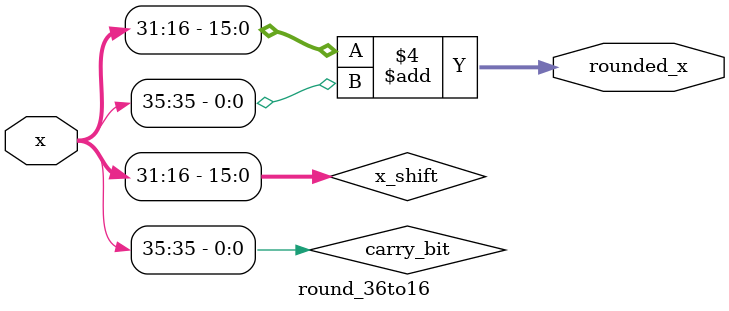
<source format=v>

module  FAS (data_valid, data, clk, rst, fir_d, fir_valid, fft_valid, done, freq,
 fft_d1, fft_d2, fft_d3, fft_d4, fft_d5, fft_d6, fft_d7, fft_d8,
 fft_d9, fft_d10, fft_d11, fft_d12, fft_d13, fft_d14, fft_d15, fft_d0, mid_5, mid_6, mid_7, mid_8);
parameter signed [31:0] w0_real = 32'h00010000;
parameter signed [31:0] w0_imag = 32'h00000000;
parameter signed [31:0] w1_real = 32'h0000EC83;
parameter signed [31:0] w1_imag = 32'hFFFF9E09;
parameter signed [31:0] w2_real = 32'h0000B504;
parameter signed [31:0] w2_imag = 32'hFFFF4AFC;
parameter signed [31:0] w3_real = 32'h000061F7;
parameter signed [31:0] w3_imag = 32'hFFFF137D;
parameter signed [31:0] w4_real = 32'h00000000;
parameter signed [31:0] w4_imag = 32'hFFFF0000;
parameter signed [31:0] w5_real = 32'hFFFF9E09;
parameter signed [31:0] w5_imag = 32'hFFFF137D;
parameter signed [31:0] w6_real = 32'hFFFF4AFC;
parameter signed [31:0] w6_imag = 32'hFFFF4AFC;
parameter signed [31:0] w7_real = 32'hFFFF137D;
parameter signed [31:0] w7_imag = 32'hFFFF9E09;

input clk, rst;
input data_valid;
input [15:0] data; 

output fir_valid, fft_valid;
output [15:0] fir_d;
output [31:0] fft_d1, fft_d2, fft_d3, fft_d4, fft_d5, fft_d6, fft_d7, fft_d8;
output [31:0] fft_d9, fft_d10, fft_d11, fft_d12, fft_d13, fft_d14, fft_d15, fft_d0;
output signed [31:0] mid_5, mid_6, mid_7, mid_8;
output done;
output [3:0] freq;
`include "./dat/FIR_coefficient.dat"

// FIR
wire [35:0] fir_d_cal;

reg signed [(16-1):0] fir_X_reg [0:31];
reg [(17*16-1):0] fir_d_reg;
reg [5:0] count;
integer i;

assign fir_d_cal = (((fir_X_reg[0] + fir_X_reg[31]) * FIR_C00) +
                    ((fir_X_reg[1] + fir_X_reg[30]) * FIR_C01) +
                    ((fir_X_reg[2] + fir_X_reg[29]) * FIR_C02) +
                    ((fir_X_reg[3] + fir_X_reg[28]) * FIR_C03) +
                    ((fir_X_reg[4] + fir_X_reg[27]) * FIR_C04) +
                    ((fir_X_reg[5] + fir_X_reg[26]) * FIR_C05) +
                    ((fir_X_reg[6] + fir_X_reg[25]) * FIR_C06) +
                    ((fir_X_reg[7] + fir_X_reg[24]) * FIR_C07) +
                    ((fir_X_reg[8] + fir_X_reg[23]) * FIR_C08) +
                    ((fir_X_reg[9] + fir_X_reg[22]) * FIR_C09) +
                    ((fir_X_reg[10] + fir_X_reg[21]) * FIR_C10) +
                    ((fir_X_reg[11] + fir_X_reg[20]) * FIR_C11) +
                    ((fir_X_reg[12] + fir_X_reg[19]) * FIR_C12) +
                    ((fir_X_reg[13] + fir_X_reg[18]) * FIR_C13) +
                    ((fir_X_reg[14] + fir_X_reg[17]) * FIR_C14) +
                    ((fir_X_reg[15] + fir_X_reg[16]) * FIR_C15));

round_36to16 round_FIR(.x(fir_d_cal), .rounded_x(fir_d));

assign fir_valid = (count == 6'b100001 || count == 6'b100010) ? 1 : 0;

always @(posedge clk) begin
    if(rst) begin
        for (i=0; i<32; i=i+1) begin
            fir_X_reg[i] <= 16'b0;
        end
        fir_d_reg <= 0;
        count <= 6'b0;
    end
    else if (data_valid) begin
        fir_X_reg[0] <= data;
        for (i=1; i<32; i=i+1) begin
            fir_X_reg[i] <= fir_X_reg[i-1];
        end
        fir_d_reg <= ((count[5] && count[0]) || fir_d_reg[271]) ? {fir_d_reg[254:0], 1'b1, fir_d} : {fir_d_reg[254:0], 1'b0, fir_d};
        if (count != 6'b100010) begin
            count <= count + 1'b1;
        end
    end
end

// FFT
wire fft_valid_valid;
wire signed [15:0] mid_1, mid_2, mid_3, mid_4, fft_d0_16; // 16 bit only real
// wire signed [15:0] mid_1, mid_3, mid_4, fft_d0_16;
wire [31:0] mid_5, mid_6, mid_7, mid_8, mid_9, mid_10, mid_11, mid_12, mid_13, mid_14, mid_15, mid_16; // 32 bit have 16 real 16 imag, so can not use signed
// wire [31:0] mid_5, mid_7, mid_8, mid_9, mid_11, mid_12, mid_13, mid_15, mid_16;

reg fft_valid_reg;
reg fft_valid_valid_reg;
reg signed [15:0] fft_X0_reg, fft_X1_reg, fft_X2_reg, fft_X3_reg, fft_X4_reg, 
                    fft_X5_reg, fft_X6_reg, fft_X7_reg, fft_X8_reg, fft_X9_reg, 
                    fft_X10_reg, fft_X11_reg, fft_X12_reg, fft_X13_reg, fft_X14_reg, fft_X15_reg;

assign fft_valid = fft_valid_reg;
assign fft_valid_valid = fft_valid_valid_reg;
assign fft_d0 = fft_d0_16<<16;

FFT_4point_16_w0_w4 FFT_L_1(fft_X0_reg, fft_X4_reg, fft_X8_reg, fft_X12_reg, mid_1, mid_5, mid_9, mid_13);
FFT_4point_16 #(.w1_real(w1_real), .w1_imag (w1_imag), .w2_real(w5_real), .w2_imag (w5_imag), .w3_real(w2_real), .w3_imag (w2_imag)) FFT_L_2(fft_X1_reg, fft_X5_reg, fft_X9_reg, fft_X13_reg, mid_2, mid_6, mid_10, mid_14);
FFT_4point_16_w4 #(.w1_real(w2_real), .w1_imag (w2_imag), .w2_real(w6_real), .w2_imag (w6_imag)) FFT_L_3(fft_X2_reg, fft_X6_reg, fft_X10_reg, fft_X14_reg, mid_3, mid_7, mid_11, mid_15);
FFT_4point_16 #(.w1_real(w3_real), .w1_imag (w3_imag), .w2_real(w7_real), .w2_imag (w7_imag), .w3_real(w6_real), .w3_imag (w6_imag)) FFT_L_4(fft_X3_reg, fft_X7_reg, fft_X11_reg, fft_X15_reg, mid_4, mid_8, mid_12, mid_16);
FFT_4point_16_w0_w4 FFT_R_1(mid_1, mid_2, mid_3, mid_4, fft_d0_16, fft_d8, fft_d4, fft_d12);
FFT_4point_32 FFT_R_2(mid_5, mid_6, mid_7, mid_8, fft_d2, fft_d10, fft_d6, fft_d14);
FFT_4point_32 FFT_R_3(mid_9, mid_10, mid_11, mid_12, fft_d1, fft_d9, fft_d5, fft_d13);
FFT_4point_32 FFT_R_4(mid_13, mid_14, mid_15, mid_16, fft_d3, fft_d11, fft_d7, fft_d15);

// FFT_seq
always @(posedge clk) begin
    if (rst) begin
        fft_valid_reg <= 1'b0;
        fft_valid_valid_reg <= 1'b0;
        fft_X0_reg <= 16'b0;
        fft_X1_reg <= 16'b0;
        fft_X2_reg <= 16'b0;
        fft_X3_reg <= 16'b0;
        fft_X4_reg <= 16'b0;
        fft_X5_reg <= 16'b0;
        fft_X6_reg <= 16'b0;
        fft_X7_reg <= 16'b0;
        fft_X8_reg <= 16'b0;
        fft_X9_reg <= 16'b0;
        fft_X10_reg <= 16'b0;
        fft_X11_reg <= 16'b0;
        fft_X12_reg <= 16'b0;
        fft_X13_reg <= 16'b0;
        fft_X14_reg <= 16'b0;
        fft_X15_reg <= 16'b0;
    end
    else if (fir_d_reg[271]) begin
        fft_X0_reg <= fir_d_reg[(271-17*0-1) -: 16];
        fft_X1_reg <= fir_d_reg[(271-17*1-1) -: 16];
        fft_X2_reg <= fir_d_reg[(271-17*2-1) -: 16];
        fft_X3_reg <= fir_d_reg[(271-17*3-1) -: 16];
        fft_X4_reg <= fir_d_reg[(271-17*4-1) -: 16];
        fft_X5_reg <= fir_d_reg[(271-17*5-1) -: 16];
        fft_X6_reg <= fir_d_reg[(271-17*6-1) -: 16];
        fft_X7_reg <= fir_d_reg[(271-17*7-1) -: 16];
        fft_X8_reg <= fir_d_reg[(271-17*8-1) -: 16];
        fft_X9_reg <= fir_d_reg[(271-17*9-1) -: 16];
        fft_X10_reg <= fir_d_reg[(271-17*10-1) -: 16];
        fft_X11_reg <= fir_d_reg[(271-17*11-1) -: 16];
        fft_X12_reg <= fir_d_reg[(271-17*12-1) -: 16];
        fft_X13_reg <= fir_d_reg[(271-17*13-1) -: 16];
        fft_X14_reg <= fir_d_reg[(271-17*14-1) -: 16];
        fft_X15_reg <= fir_d_reg[(271-17*15-1) -: 16];
        fft_valid_reg <= 1'b0;
        fft_valid_valid_reg <= 1'b1;
    end
    else if (fft_valid_valid && fir_d_reg[254]) begin
        fft_valid_reg <= 1'b1;
    end
end

// Analysis

reg done;
reg done_buf;
reg start_analysis;
reg signed [15:0] Y0_real;
reg signed [15:0] Y0_imag;
reg signed [15:0] Y1_real;
reg signed [15:0] Y1_imag;
reg signed [15:0] Y2_real;
reg signed [15:0] Y2_imag;
reg signed [15:0] Y3_real;
reg signed [15:0] Y3_imag;
reg signed [15:0] Y4_real;
reg signed [15:0] Y4_imag;
reg signed [15:0] Y5_real;
reg signed [15:0] Y5_imag;
reg signed [15:0] Y6_real;
reg signed [15:0] Y6_imag;
reg signed [15:0] Y7_real;
reg signed [15:0] Y7_imag;
reg signed [15:0] Y8_real;
reg signed [15:0] Y8_imag;
reg signed [15:0] Y9_real;
reg signed [15:0] Y9_imag;
reg signed [15:0] Y10_real;
reg signed [15:0] Y10_imag;
reg signed [15:0] Y11_real;
reg signed [15:0] Y11_imag;
reg signed [15:0] Y12_real;
reg signed [15:0] Y12_imag;
reg signed [15:0] Y13_real;
reg signed [15:0] Y13_imag;
reg signed [15:0] Y14_real;
reg signed [15:0] Y14_imag;
reg signed [15:0] Y15_real;
reg signed [15:0] Y15_imag;

wire signed [31:0] Y0_len;
wire signed [31:0] Y1_len;
wire signed [31:0] Y2_len;
wire signed [31:0] Y3_len;
wire signed [31:0] Y4_len;
wire signed [31:0] Y5_len;
wire signed [31:0] Y6_len;
wire signed [31:0] Y7_len;
wire signed [31:0] Y8_len;
wire signed [31:0] Y9_len;
wire signed [31:0] Y10_len;
wire signed [31:0] Y11_len;
wire signed [31:0] Y12_len;
wire signed [31:0] Y13_len;
wire signed [31:0] Y14_len;
wire signed [31:0] Y15_len;
wire signed [31:0] compare_1_1;
wire signed [31:0] compare_1_2;
wire signed [31:0] compare_1_3;
wire signed [31:0] compare_1_4;
wire signed [31:0] compare_1_5;
wire signed [31:0] compare_1_6;
wire signed [31:0] compare_1_7;
wire signed [31:0] compare_1_8;
wire signed [31:0] compare_2_1;
wire signed [31:0] compare_2_2;
wire signed [31:0] compare_2_3;
wire signed [31:0] compare_2_4;
wire signed [31:0] compare_3_1;
wire signed [31:0] compare_3_2;
wire signed [31:0] compare_4_1;

assign Y0_len = (Y0_real*Y0_real) + (Y0_imag*Y0_imag);
assign Y1_len = (Y1_real*Y1_real) + (Y1_imag*Y1_imag);
assign Y2_len = (Y2_real*Y2_real) + (Y2_imag*Y2_imag);
assign Y3_len = (Y3_real*Y3_real) + (Y3_imag*Y3_imag);
assign Y4_len = (Y4_real*Y4_real) + (Y4_imag*Y4_imag);
assign Y5_len = (Y5_real*Y5_real) + (Y5_imag*Y5_imag);
assign Y6_len = (Y6_real*Y6_real) + (Y6_imag*Y6_imag);
assign Y7_len = (Y7_real*Y7_real) + (Y7_imag*Y7_imag);
assign Y8_len = (Y8_real*Y8_real) + (Y8_imag*Y8_imag);
assign Y9_len = (Y9_real*Y9_real) + (Y9_imag*Y9_imag);
assign Y10_len = (Y10_real*Y10_real) + (Y10_imag*Y10_imag);
assign Y11_len = (Y11_real*Y11_real) + (Y11_imag*Y11_imag);
assign Y12_len = (Y12_real*Y12_real) + (Y12_imag*Y12_imag);
assign Y13_len = (Y13_real*Y13_real) + (Y13_imag*Y13_imag);
assign Y14_len = (Y14_real*Y14_real) + (Y14_imag*Y14_imag);
assign Y15_len = (Y15_real*Y15_real) + (Y15_imag*Y15_imag);

assign compare_1_1 = (Y0_len >= Y1_len) ? Y0_len : Y1_len;
assign compare_1_2 = (Y2_len >= Y3_len) ? Y2_len : Y3_len;
assign compare_1_3 = (Y4_len >= Y5_len) ? Y4_len : Y5_len;
assign compare_1_4 = (Y6_len >= Y7_len) ? Y6_len : Y7_len;
assign compare_1_5 = (Y8_len >= Y9_len) ? Y8_len : Y9_len;
assign compare_1_6 = (Y10_len >= Y11_len) ? Y10_len : Y11_len;
assign compare_1_7 = (Y12_len >= Y13_len) ? Y12_len : Y13_len;
assign compare_1_8 = (Y14_len >= Y15_len) ? Y14_len : Y15_len;
assign compare_2_1 = (compare_1_1 >= compare_1_2) ? compare_1_1 : compare_1_2;
assign compare_2_2 = (compare_1_3 >= compare_1_4) ? compare_1_3 : compare_1_4;
assign compare_2_3 = (compare_1_5 >= compare_1_6) ? compare_1_5 : compare_1_6;
assign compare_2_4 = (compare_1_7 >= compare_1_8) ? compare_1_7 : compare_1_8;
assign compare_3_1 = (compare_2_1 >= compare_2_2) ? compare_2_1 : compare_2_2;
assign compare_3_2 = (compare_2_3 >= compare_2_4) ? compare_2_3 : compare_2_4;
assign compare_4_1 = (compare_3_1 >= compare_3_2) ? compare_3_1 : compare_3_2;

assign freq = (compare_4_1 == Y0_len) ? 4'b0000 :
              (compare_4_1 == Y1_len) ? 4'b0001 :
              (compare_4_1 == Y2_len) ? 4'b0010 :
              (compare_4_1 == Y3_len) ? 4'b0011 :
              (compare_4_1 == Y4_len) ? 4'b0100 :
              (compare_4_1 == Y5_len) ? 4'b0101 :
              (compare_4_1 == Y6_len) ? 4'b0110 :
              (compare_4_1 == Y7_len) ? 4'b0111 :
              (compare_4_1 == Y8_len) ? 4'b1000 :
              (compare_4_1 == Y9_len) ? 4'b1001 :
              (compare_4_1 == Y10_len) ? 4'b1010 :
              (compare_4_1 == Y11_len) ? 4'b1011 :
              (compare_4_1 == Y12_len) ? 4'b1100 :
              (compare_4_1 == Y13_len) ? 4'b1101 :
              (compare_4_1 == Y14_len) ? 4'b1110 :
              (compare_4_1 == Y15_len) ? 4'b1111 : 4'bxxxx;

always @(posedge clk) begin
    if (rst) begin
        done <= 0;
        done_buf <= 0;
        Y0_real <= 0;
        Y0_imag <= 0;
        Y1_real <= 0;
        Y1_imag <= 0;
        Y2_real <= 0;
        Y2_imag <= 0;
        Y3_real <= 0;
        Y3_imag <= 0;
        Y4_real <= 0;
        Y4_imag <= 0;
        Y5_real <= 0;
        Y5_imag <= 0;
        Y6_real <= 0;
        Y6_imag <= 0;
        Y7_real <= 0;
        Y7_imag <= 0;
        Y8_real <= 0;
        Y8_imag <= 0;
        Y9_real <= 0;
        Y9_imag <= 0;
        Y10_real <= 0;
        Y10_imag <= 0;
        Y11_real <= 0;
        Y11_imag <= 0;
        Y12_real <= 0;
        Y12_imag <= 0;
        Y13_real <= 0;
        Y13_imag <= 0;
        Y14_real <= 0;
        Y14_imag <= 0;
        Y15_real <= 0;
        Y15_imag <= 0;
    end
    else if (done) begin
        done <= 0;
        done_buf <= 0;
    end
    else if (fft_valid_reg) begin
        Y0_real <= fft_d0[31:16];
        Y0_imag <= fft_d0[15:0];
        Y1_real <= fft_d1[31:16];
        Y1_imag <= fft_d1[15:0];
        Y2_real <= fft_d2[31:16];
        Y2_imag <= fft_d2[15:0];
        Y3_real <= fft_d3[31:16];
        Y3_imag <= fft_d3[15:0];
        Y4_real <= fft_d4[31:16];
        Y4_imag <= fft_d4[15:0];
        Y5_real <= fft_d5[31:16];
        Y5_imag <= fft_d5[15:0];
        Y6_real <= fft_d6[31:16];
        Y6_imag <= fft_d6[15:0];
        Y7_real <= fft_d7[31:16];
        Y7_imag <= fft_d7[15:0];
        Y8_real <= fft_d8[31:16];
        Y8_imag <= fft_d8[15:0];
        Y9_real <= fft_d9[31:16];
        Y9_imag <= fft_d9[15:0];
        Y10_real <= fft_d10[31:16];
        Y10_imag <= fft_d10[15:0];
        Y11_real <= fft_d11[31:16];
        Y11_imag <= fft_d11[15:0];
        Y12_real <= fft_d12[31:16];
        Y12_imag <= fft_d12[15:0];
        Y13_real <= fft_d13[31:16];
        Y13_imag <= fft_d13[15:0];
        Y14_real <= fft_d14[31:16];
        Y14_imag <= fft_d14[15:0];
        Y15_real <= fft_d15[31:16];
        Y15_imag <= fft_d15[15:0];
        done_buf <= 1'b1;
    end
    else if (done_buf) begin
        done <= 1'b1;
    end
end

endmodule

module FFT_2point_32_w0(X, Y, fft_a, fft_b);
input [31:0] X;
input [31:0] Y;
output [31:0] fft_a;
output [31:0] fft_b;

wire signed [15:0] a, b, c, d;
wire signed [15:0] fft_a_real_cal, fft_a_imag_cal;
wire signed [15:0] fft_b_real_cal, fft_b_imag_cal;

assign a = X[31-:16];
assign b = X[15-:16];
assign c = Y[31-:16];
assign d = Y[15-:16];

assign fft_a_real_cal = a + c;
assign fft_a_imag_cal = b + d;

assign fft_b_real_cal = a - c;
assign fft_b_imag_cal = b - d;

assign fft_a = {fft_a_real_cal, fft_a_imag_cal};
assign fft_b = {fft_b_real_cal, fft_b_imag_cal};
endmodule

module FFT_2point_32_w4(X, Y, fft_a, fft_b);
input [31:0] X;
input [31:0] Y;
output [31:0] fft_a;
output [31:0] fft_b;

wire signed [15:0] a, b, c, d;
wire signed [15:0] fft_a_real_cal, fft_a_imag_cal;
wire signed [15:0] fft_b_real_cal, fft_b_imag_cal;

assign a = X[31-:16];
assign b = X[15-:16];
assign c = Y[31-:16];
assign d = Y[15-:16];

assign fft_a_real_cal = a + c;
assign fft_a_imag_cal = b + d;

assign fft_b_real_cal = b - d;
assign fft_b_imag_cal = c - a;

assign fft_a = {fft_a_real_cal, fft_a_imag_cal};
assign fft_b = {fft_b_real_cal, fft_b_imag_cal};
endmodule

module FFT_2point_32(X, Y, fft_a, fft_b);
parameter signed [31:0] w_real = 0;
parameter signed [31:0] w_imag = 0;
input [31:0] X;
input [31:0] Y;
output [31:0] fft_a;
output [31:0] fft_b;

wire signed [15:0] a, b, c, d;
wire signed [15:0] fft_a_real_cal, fft_a_imag_cal;
wire signed [47:0] fft_b_real_cal, fft_b_imag_cal;
wire signed [15:0] fft_b_real, fft_b_imag;

round_48to16 roundreal(.x(fft_b_real_cal), .rounded_x(fft_b_real));
round_48to16 roundimag(.x(fft_b_imag_cal), .rounded_x(fft_b_imag));

assign a = X[31-:16];
assign b = X[15-:16];
assign c = Y[31-:16];
assign d = Y[15-:16];

assign fft_a_real_cal = a + c;
assign fft_a_imag_cal = b + d;

assign fft_b_real_cal = (a - c) * w_real + (d - b) * w_imag;
assign fft_b_imag_cal = (a - c) * w_imag + (b - d) * w_real;

assign fft_a = {fft_a_real_cal, fft_a_imag_cal};
assign fft_b = {fft_b_real, fft_b_imag};
endmodule

module FFT_2point_16_w0(X, Y, fft_a, fft_b);
input [15:0] X;
input [15:0] Y;
output [15:0] fft_a;
output [31:0] fft_b;

wire signed [15:0] a, c;
wire signed [15:0] fft_a_real_cal;
wire signed [15:0] fft_b_real_cal;

assign a = X;
assign c = Y;

assign fft_a_real_cal = a + c;

assign fft_b_real_cal = a - c;

assign fft_a = {fft_a_real_cal};
assign fft_b = {fft_b_real_cal, 16'b0};
endmodule

module FFT_2point_16_w4(X, Y, fft_a, fft_b);
input [15:0] X;
input [15:0] Y;
output [15:0] fft_a;
output [31:0] fft_b;

wire signed [15:0] a, c;
wire signed [15:0] fft_a_real_cal;
wire signed [15:0] fft_b_imag_cal;

assign a = X;
assign c = Y;

assign fft_a_real_cal = a + c;

assign fft_b_imag_cal = c - a;

assign fft_a = {fft_a_real_cal};
assign fft_b = {16'b0, fft_b_imag_cal};
endmodule

module FFT_2point_16(X, Y, fft_a, fft_b);
parameter signed [31:0] w_real = 0;
parameter signed [31:0] w_imag = 0;
input [15:0] X;
input [15:0] Y;
output [15:0] fft_a;
output [31:0] fft_b;

wire signed [15:0] a, c;
wire signed [15:0] fft_a_real_cal;
wire signed [47:0] fft_b_real_cal, fft_b_imag_cal;
wire signed [15:0] fft_b_real, fft_b_imag;

round_48to16 roundreal(.x(fft_b_real_cal), .rounded_x(fft_b_real));
round_48to16 roundimag(.x(fft_b_imag_cal), .rounded_x(fft_b_imag));

assign a = X;
assign c = Y;

assign fft_a_real_cal = a + c;

assign fft_b_real_cal = (a - c) * w_real;
assign fft_b_imag_cal = (a - c) * w_imag;

assign fft_a = {fft_a_real_cal};
assign fft_b = {fft_b_real, fft_b_imag};
endmodule

// w1 w3
// w2 w3
module FFT_4point_32(in_1, in_2, in_3, in_4, out_1, out_2, out_3, out_4);
input [31:0] in_1, in_2, in_3, in_4;
output [31:0] out_1, out_2, out_3, out_4;

wire [31:0] out_1_1_1, out_1_1_2, out_1_2_1, out_1_2_2;

FFT_2point_32_w0 FFT_1_1(.X(in_1), .Y(in_3), .fft_a(out_1_1_1), .fft_b(out_1_1_2));
FFT_2point_32_w4 FFT_1_2(.X(in_2), .Y(in_4), .fft_a(out_1_2_1), .fft_b(out_1_2_2));
FFT_2point_32_w0 FFT_2_1(.X(out_1_1_1), .Y(out_1_2_1), .fft_a(out_1), .fft_b(out_2));
FFT_2point_32_w0 FFT_2_2(.X(out_1_1_2), .Y(out_1_2_2), .fft_a(out_3), .fft_b(out_4));

endmodule

module FFT_4point_16_w0_w4(in_1, in_2, in_3, in_4, out_1, out_2, out_3, out_4);
input [15:0] in_1, in_2, in_3, in_4;
output [15:0] out_1;
output [31:0] out_2, out_3, out_4;

wire [15:0] out_1_1_1, out_1_2_1;
wire [31:0] out_1_1_2, out_1_2_2;

FFT_2point_16_w0 FFT_1_1(.X(in_1), .Y(in_3), .fft_a(out_1_1_1), .fft_b(out_1_1_2));
FFT_2point_16_w4 FFT_1_2(.X(in_2), .Y(in_4), .fft_a(out_1_2_1), .fft_b(out_1_2_2));
FFT_2point_16_w0 FFT_2_1(.X(out_1_1_1), .Y(out_1_2_1), .fft_a(out_1), .fft_b(out_2));
FFT_2point_32_w0 FFT_2_2(.X(out_1_1_2), .Y(out_1_2_2), .fft_a(out_3), .fft_b(out_4));
    
endmodule

module FFT_4point_16_w4(in_1, in_2, in_3, in_4, out_1, out_2, out_3, out_4);
parameter signed [31:0] w1_real = 32'b0;
parameter signed [31:0] w1_imag = 32'b0;  
parameter signed [31:0] w2_real = 32'b0;
parameter signed [31:0] w2_imag = 32'b0;
input [15:0] in_1, in_2, in_3, in_4;
output [15:0] out_1;
output [31:0] out_2, out_3, out_4;

wire [15:0] out_1_1_1, out_1_2_1;
wire [31:0] out_1_1_2, out_1_2_2;

FFT_2point_16 #(.w_real(w1_real), .w_imag(w1_imag)) FFT_1_1(.X(in_1), .Y(in_3), .fft_a(out_1_1_1), .fft_b(out_1_1_2));
FFT_2point_16 #(.w_real(w2_real), .w_imag(w2_imag)) FFT_1_2(.X(in_2), .Y(in_4), .fft_a(out_1_2_1), .fft_b(out_1_2_2));
FFT_2point_16_w4 FFT_2_1(.X(out_1_1_1), .Y(out_1_2_1), .fft_a(out_1), .fft_b(out_2));
FFT_2point_32_w4 FFT_2_2(.X(out_1_1_2), .Y(out_1_2_2), .fft_a(out_3), .fft_b(out_4));
    
endmodule

module FFT_4point_16(in_1, in_2, in_3, in_4, out_1, out_2, out_3, out_4);
parameter signed [31:0] w1_real = 32'b0;
parameter signed [31:0] w1_imag = 32'b0;  
parameter signed [31:0] w2_real = 32'b0;
parameter signed [31:0] w2_imag = 32'b0;
parameter signed [31:0] w3_real = 32'b0;
parameter signed [31:0] w3_imag = 32'b0;
input [15:0] in_1, in_2, in_3, in_4;
output [15:0] out_1;
output [31:0] out_2, out_3, out_4;

wire [15:0] out_1_1_1, out_1_2_1;
wire [31:0] out_1_1_2, out_1_2_2;

FFT_2point_16 #(.w_real(w1_real), .w_imag(w1_imag)) FFT_1_1(.X(in_1), .Y(in_3), .fft_a(out_1_1_1), .fft_b(out_1_1_2));
FFT_2point_16 #(.w_real(w2_real), .w_imag(w2_imag)) FFT_1_2(.X(in_2), .Y(in_4), .fft_a(out_1_2_1), .fft_b(out_1_2_2));
FFT_2point_16 #(.w_real(w3_real), .w_imag(w3_imag)) FFT_2_1(.X(out_1_1_1), .Y(out_1_2_1), .fft_a(out_1), .fft_b(out_2));
FFT_2point_32 #(.w_real(w3_real), .w_imag(w3_imag)) FFT_2_2(.X(out_1_1_2), .Y(out_1_2_2), .fft_a(out_3), .fft_b(out_4));
    
endmodule

module round_48to16 (x, rounded_x);
    input [47:0] x;
    output [15:0] rounded_x;

    wire carry_bit;

    assign carry_bit = (x[47]) ? (x[15] && (|x[14:0])) : x[15];
    assign rounded_x = {x[47], (x[30:16] + carry_bit)};

endmodule

module round_36to16 (x, rounded_x);
    input [35:0] x;
    output [15:0] rounded_x;

    wire carry_bit;
    wire [15:0] x_shift;

    assign x_shift = x>>>16;
    assign carry_bit = x[35]; // neg plus one
    assign rounded_x = x_shift + carry_bit;

endmodule
</source>
